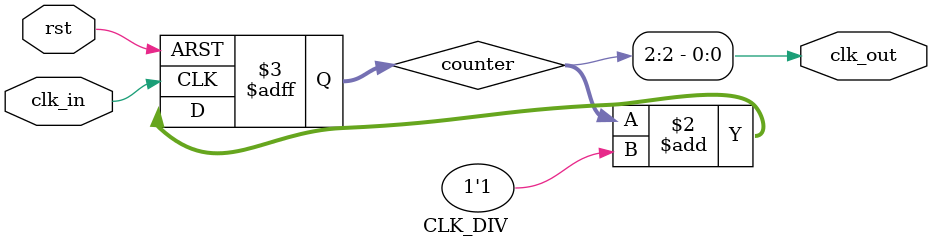
<source format=v>
`timescale 1ns / 1ps


module CLK_DIV(
input clk_in,
input rst,
output clk_out
    );
   reg [2:0]counter;
        always @ (posedge clk_in or posedge rst)begin
            if(rst)begin 
                counter<=0;
            end
            else begin
                counter<=counter+1'b1;
            end
        end
        assign clk_out=counter[2];
endmodule

</source>
